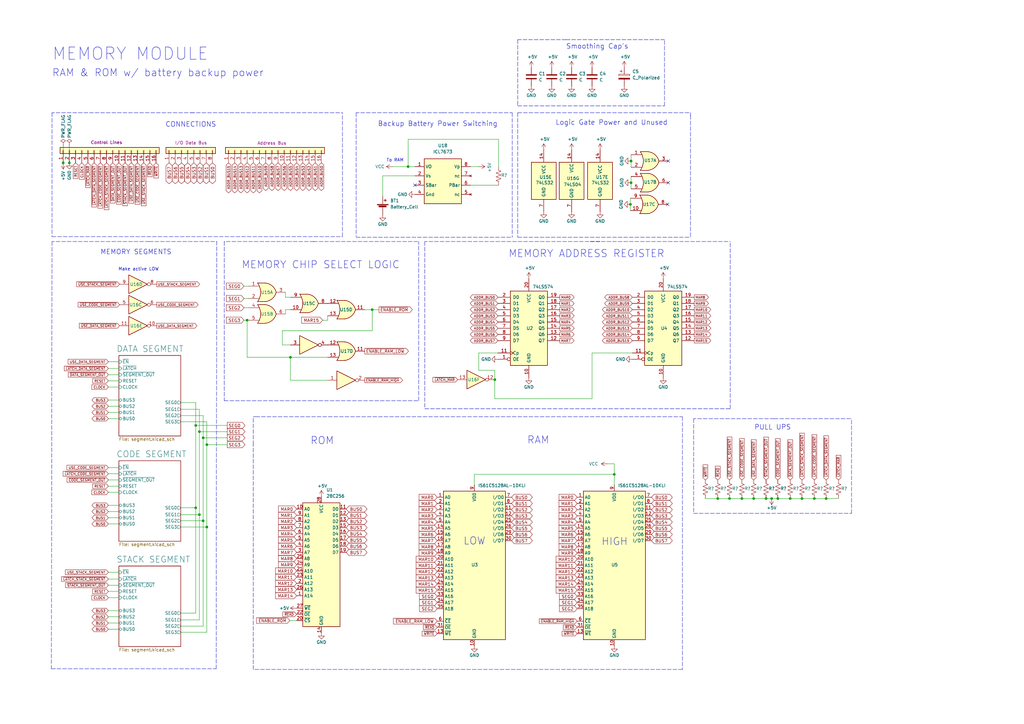
<source format=kicad_sch>
(kicad_sch (version 20211123) (generator eeschema)
  (paper "A3")
  (title_block (title "Memory Module") (date "2021-12-02") (rev "3") (company "theWickedWebDev/8-bit-computer") (comment 1 "Data preserved with backup battery"))
  (junction (at 309.118 204.47))
  (junction (at 258.572 83.82))
  (junction (at 28.448 66.802))
  (junction (at 167.386 68.326))
  (junction (at 328.93 204.47))
  (junction (at 81.788 177.038))
  (junction (at 84.836 182.372))
  (junction (at 152.654 127))
  (junction (at 334.01 204.47))
  (junction (at 81.788 211.074))
  (junction (at 304.292 204.47))
  (junction (at 299.212 204.47))
  (junction (at 324.104 204.47))
  (junction (at 294.386 204.47))
  (junction (at 83.312 213.614))
  (junction (at 319.024 204.47))
  (junction (at 84.836 216.154))
  (junction (at 80.264 208.28))
  (junction (at 338.836 204.47))
  (junction (at 202.946 155.702))
  (junction (at 251.968 194.564))
  (junction (at 258.826 66.04))
  (junction (at 83.312 179.578))
  (junction (at 316.484 204.47))
  (junction (at 80.264 174.498))
  (junction (at 258.826 74.93))
  (junction (at 25.908 66.802))
  (junction (at 101.346 131.318))
  (junction (at 314.198 204.47))
  (junction (at 119.126 146.558))
  (no_connect (at 170.18 75.946))
  (no_connect (at 274.066 66.04))
  (no_connect (at 274.066 74.93))
  (no_connect (at 273.812 83.82))
  (wire (pts (xy 196.342 144.78) (xy 196.342 151.892)))
  (wire (pts (xy 44.45 255.524) (xy 48.768 255.524)))
  (polyline (pts (xy 91.948 99.06) (xy 91.948 164.338)))
  (wire (pts (xy 83.312 256.794) (xy 83.312 213.614)))
  (wire (pts (xy 80.264 251.46) (xy 80.264 208.28)))
  (polyline (pts (xy 140.462 97.028) (xy 140.462 46.228)))
  (wire (pts (xy 81.788 211.074) (xy 74.168 211.074)))
  (polyline (pts (xy 171.704 164.338) (xy 171.704 99.06)))
  (wire (pts (xy 74.168 170.434) (xy 83.312 170.434)))
  (wire (pts (xy 80.264 174.498) (xy 80.264 208.28)))
  (wire (pts (xy 119.126 146.558) (xy 119.126 155.956)))
  (polyline (pts (xy 279.908 170.942) (xy 279.908 274.574)))
  (wire (pts (xy 324.104 204.47) (xy 328.93 204.47)))
  (polyline (pts (xy 317.5 171.704) (xy 349.25 171.704)))
  (wire (pts (xy 152.654 127) (xy 152.654 135.636)))
  (wire (pts (xy 259.334 144.78) (xy 242.824 144.78)))
  (wire (pts (xy 44.45 194.31) (xy 48.768 194.31)))
  (polyline (pts (xy 212.344 46.228) (xy 212.344 97.282)))
  (wire (pts (xy 84.836 172.974) (xy 84.836 182.372)))
  (wire (pts (xy 44.45 148.336) (xy 48.768 148.336)))
  (wire (pts (xy 119.126 121.92) (xy 117.094 121.92)))
  (wire (pts (xy 44.45 151.13) (xy 48.768 151.13)))
  (wire (pts (xy 319.024 204.47) (xy 324.104 204.47)))
  (polyline (pts (xy 284.48 210.566) (xy 349.25 210.566)))
  (polyline (pts (xy 61.214 99.06) (xy 88.9 99.06)))
  (wire (pts (xy 83.312 170.434) (xy 83.312 179.578)))
  (wire (pts (xy 81.788 177.038) (xy 81.788 211.074)))
  (wire (pts (xy 196.342 151.892) (xy 202.946 151.892)))
  (wire (pts (xy 119.126 146.558) (xy 134.366 146.558)))
  (wire (pts (xy 44.45 171.704) (xy 48.768 171.704)))
  (polyline (pts (xy 283.21 46.228) (xy 283.21 47.498)))
  (wire (pts (xy 83.312 213.614) (xy 74.168 213.614)))
  (wire (pts (xy 81.788 167.894) (xy 81.788 177.038)))
  (wire (pts (xy 100.076 126.238) (xy 101.854 126.238)))
  (wire (pts (xy 167.386 57.15) (xy 167.386 68.326)))
  (wire (pts (xy 294.386 204.47) (xy 299.212 204.47)))
  (wire (pts (xy 338.836 204.47) (xy 343.916 204.47)))
  (polyline (pts (xy 103.886 274.574) (xy 103.886 182.118)))
  (wire (pts (xy 83.312 179.578) (xy 93.218 179.578)))
  (wire (pts (xy 194.564 194.564) (xy 251.968 194.564)))
  (wire (pts (xy 81.788 211.074) (xy 81.788 254.254)))
  (wire (pts (xy 202.946 155.702) (xy 202.946 163.576)))
  (polyline (pts (xy 61.214 99.06) (xy 21.336 99.06)))
  (wire (pts (xy 242.824 144.78) (xy 242.824 163.576)))
  (polyline (pts (xy 174.244 167.64) (xy 299.466 167.64)))
  (polyline (pts (xy 128.778 99.06) (xy 91.948 99.06)))
  (polyline (pts (xy 232.156 16.256) (xy 272.542 16.256)))
  (wire (pts (xy 44.45 250.444) (xy 48.768 250.444)))
  (wire (pts (xy 204.47 57.15) (xy 167.386 57.15)))
  (polyline (pts (xy 349.25 210.566) (xy 349.25 171.704)))
  (polyline (pts (xy 146.05 97.282) (xy 210.058 97.282)))
  (polyline (pts (xy 174.244 99.06) (xy 174.244 167.64)))
  (wire (pts (xy 44.45 214.884) (xy 48.768 214.884)))
  (wire (pts (xy 80.264 208.28) (xy 74.168 208.28)))
  (wire (pts (xy 194.564 198.882) (xy 194.564 194.564)))
  (wire (pts (xy 119.126 127) (xy 117.094 127)))
  (wire (pts (xy 74.168 256.794) (xy 83.312 256.794)))
  (wire (pts (xy 84.836 216.154) (xy 74.168 216.154)))
  (wire (pts (xy 44.45 196.85) (xy 48.768 196.85)))
  (wire (pts (xy 74.168 165.1) (xy 80.264 165.1)))
  (wire (pts (xy 28.448 59.69) (xy 28.448 66.802)))
  (wire (pts (xy 84.836 182.372) (xy 93.218 182.372)))
  (wire (pts (xy 44.45 153.67) (xy 48.768 153.67)))
  (wire (pts (xy 44.45 164.084) (xy 48.768 164.084)))
  (wire (pts (xy 258.826 74.93) (xy 258.826 77.47)))
  (polyline (pts (xy 128.524 99.06) (xy 171.704 99.06)))
  (polyline (pts (xy 21.082 274.32) (xy 88.646 274.32)))
  (wire (pts (xy 289.306 204.47) (xy 294.386 204.47)))
  (wire (pts (xy 44.45 242.57) (xy 48.768 242.57)))
  (polyline (pts (xy 103.886 182.372) (xy 103.886 170.942)))
  (wire (pts (xy 118.872 254.508) (xy 121.666 254.508)))
  (wire (pts (xy 193.04 68.326) (xy 196.342 68.326)))
  (wire (pts (xy 100.076 122.428) (xy 101.854 122.428)))
  (wire (pts (xy 202.946 151.892) (xy 202.946 155.702)))
  (wire (pts (xy 80.264 174.498) (xy 93.218 174.498)))
  (wire (pts (xy 83.312 179.578) (xy 83.312 213.614)))
  (wire (pts (xy 81.788 177.038) (xy 93.218 177.038)))
  (wire (pts (xy 258.826 66.04) (xy 258.826 68.58)))
  (polyline (pts (xy 246.126 99.06) (xy 174.244 99.06)))
  (wire (pts (xy 152.654 127) (xy 149.606 127)))
  (wire (pts (xy 304.292 204.47) (xy 309.118 204.47)))
  (wire (pts (xy 44.45 156.21) (xy 48.768 156.21)))
  (polyline (pts (xy 88.646 274.32) (xy 88.9 99.06)))
  (polyline (pts (xy 232.156 16.256) (xy 212.344 16.256)))
  (wire (pts (xy 100.076 117.348) (xy 101.854 117.348)))
  (wire (pts (xy 258.826 63.5) (xy 258.826 66.04)))
  (wire (pts (xy 328.93 204.47) (xy 334.01 204.47)))
  (polyline (pts (xy 181.61 46.228) (xy 210.058 46.228)))
  (wire (pts (xy 44.45 234.696) (xy 48.768 234.696)))
  (polyline (pts (xy 79.502 46.228) (xy 21.336 46.228)))
  (wire (pts (xy 167.386 68.326) (xy 170.18 68.326)))
  (polyline (pts (xy 317.5 171.704) (xy 284.48 171.704)))
  (wire (pts (xy 44.45 209.804) (xy 48.768 209.804)))
  (polyline (pts (xy 181.61 46.228) (xy 146.05 46.228)))
  (polyline (pts (xy 299.466 167.64) (xy 299.466 99.06)))
  (wire (pts (xy 74.168 254.254) (xy 81.788 254.254)))
  (polyline (pts (xy 21.336 97.028) (xy 140.462 97.028)))
  (wire (pts (xy 119.126 155.956) (xy 134.366 155.956)))
  (wire (pts (xy 134.366 131.318) (xy 132.334 131.318)))
  (wire (pts (xy 251.968 194.564) (xy 251.968 198.882)))
  (polyline (pts (xy 91.948 164.338) (xy 171.704 164.338)))
  (polyline (pts (xy 283.21 97.028) (xy 283.21 46.99)))
  (wire (pts (xy 202.946 163.576) (xy 242.824 163.576)))
  (wire (pts (xy 309.118 204.47) (xy 314.198 204.47)))
  (polyline (pts (xy 78.232 46.228) (xy 140.462 46.228)))
  (wire (pts (xy 44.45 207.264) (xy 48.768 207.264)))
  (polyline (pts (xy 279.908 274.574) (xy 103.886 274.574)))
  (wire (pts (xy 84.836 259.334) (xy 84.836 216.154)))
  (wire (pts (xy 101.346 131.318) (xy 101.346 146.558)))
  (wire (pts (xy 155.448 127) (xy 152.654 127)))
  (wire (pts (xy 249.174 190.246) (xy 251.968 190.246)))
  (wire (pts (xy 44.45 201.93) (xy 48.768 201.93)))
  (wire (pts (xy 258.826 72.39) (xy 258.826 74.93)))
  (wire (pts (xy 84.836 182.372) (xy 84.836 216.154)))
  (wire (pts (xy 299.212 204.47) (xy 304.292 204.47)))
  (wire (pts (xy 44.45 245.11) (xy 48.768 245.11)))
  (wire (pts (xy 44.45 199.39) (xy 48.768 199.39)))
  (wire (pts (xy 44.45 158.75) (xy 48.768 158.75)))
  (polyline (pts (xy 146.05 46.228) (xy 146.05 97.028)))
  (polyline (pts (xy 212.344 97.282) (xy 283.21 97.282)))
  (wire (pts (xy 156.972 72.136) (xy 170.18 72.136)))
  (wire (pts (xy 134.366 129.54) (xy 134.366 131.318)))
  (wire (pts (xy 156.972 80.518) (xy 156.972 72.136)))
  (polyline (pts (xy 272.542 43.434) (xy 272.542 16.256)))
  (wire (pts (xy 44.45 237.49) (xy 48.768 237.49)))
  (wire (pts (xy 117.094 121.92) (xy 117.094 119.888)))
  (polyline (pts (xy 212.344 16.256) (xy 212.344 43.434)))
  (polyline (pts (xy 212.344 46.228) (xy 283.21 46.228)))
  (wire (pts (xy 44.45 252.984) (xy 48.768 252.984)))
  (wire (pts (xy 44.45 166.624) (xy 48.768 166.624)))
  (polyline (pts (xy 103.886 170.942) (xy 104.902 170.942)))
  (wire (pts (xy 251.968 194.564) (xy 251.968 190.246)))
  (wire (pts (xy 152.654 135.636) (xy 115.824 135.636)))
  (wire (pts (xy 101.346 146.558) (xy 119.126 146.558)))
  (wire (pts (xy 258.572 81.28) (xy 258.572 83.82)))
  (wire (pts (xy 25.908 59.69) (xy 25.908 66.802)))
  (wire (pts (xy 115.824 135.636) (xy 115.824 141.478)))
  (polyline (pts (xy 104.902 170.942) (xy 279.908 170.942)))
  (polyline (pts (xy 242.062 99.06) (xy 299.466 99.06)))
  (wire (pts (xy 161.036 68.326) (xy 167.386 68.326)))
  (polyline (pts (xy 21.336 99.06) (xy 21.082 274.32)))
  (wire (pts (xy 115.824 141.478) (xy 119.126 141.478)))
  (wire (pts (xy 44.45 240.03) (xy 48.768 240.03)))
  (wire (pts (xy 100.076 131.318) (xy 101.346 131.318)))
  (wire (pts (xy 258.572 83.82) (xy 258.572 86.36)))
  (wire (pts (xy 74.168 251.46) (xy 80.264 251.46)))
  (wire (pts (xy 101.346 131.318) (xy 101.854 131.318)))
  (wire (pts (xy 44.45 258.064) (xy 48.768 258.064)))
  (wire (pts (xy 80.264 165.1) (xy 80.264 174.498)))
  (wire (pts (xy 204.47 68.326) (xy 204.47 57.15)))
  (wire (pts (xy 74.168 259.334) (xy 84.836 259.334)))
  (polyline (pts (xy 284.48 171.704) (xy 284.48 210.566)))
  (polyline (pts (xy 212.344 43.434) (xy 272.542 43.434)))
  (polyline (pts (xy 21.336 46.228) (xy 21.336 97.028)))
  (wire (pts (xy 74.168 172.974) (xy 84.836 172.974)))
  (wire (pts (xy 44.45 169.164) (xy 48.768 169.164)))
  (polyline (pts (xy 210.058 46.228) (xy 210.058 97.282)))
  (wire (pts (xy 44.45 212.344) (xy 48.768 212.344)))
  (wire (pts (xy 196.342 144.78) (xy 204.216 144.78)))
  (wire (pts (xy 44.45 191.77) (xy 48.768 191.77)))
  (wire (pts (xy 314.198 204.47) (xy 316.484 204.47)))
  (wire (pts (xy 334.01 204.47) (xy 338.836 204.47)))
  (wire (pts (xy 193.04 75.946) (xy 204.47 75.946)))
  (wire (pts (xy 316.484 204.47) (xy 319.024 204.47)))
  (wire (pts (xy 117.094 127) (xy 117.094 128.778)))
  (wire (pts (xy 74.168 167.894) (xy 81.788 167.894)))
  (text "MEMORY CHIP SELECT LOGIC" (at 99.06 110.49 0) (effects (font (size 3 3)) (justify left bottom)))
  (text "Logic Gate Power and Unused" (at 227.838 51.562 0) (effects (font (size 2 2)) (justify left bottom)))
  (text "HIGH" (at 246.634 224.028 0) (effects (font (size 3 3)) (justify left bottom)))
  (text "MEMORY SEGMENTS" (at 41.148 104.648 0) (effects (font (size 2 2)) (justify left bottom)))
  (text "CONNECTIONS" (at 67.818 52.324 0) (effects (font (size 2 2)) (justify left bottom)))
  (text "MEMORY ADDRESS REGISTER" (at 208.534 105.918 0) (effects (font (size 3 3)) (justify left bottom)))
  (text "RAM & ROM w/ battery backup power" (at 21.336 31.75 0) (effects (font (size 3 3)) (justify left bottom)))
  (text "MEMORY MODULE" (at 21.336 25.146 0) (effects (font (size 5 5)) (justify left bottom)))
  (text "Make active LOW" (at 48.514 111.252 0) (effects (font (size 1.3 1.3)) (justify left bottom)))
  (text "To RAM" (at 158.496 66.548 0) (effects (font (size 1.27 1.27)) (justify left bottom)))
  (text "PULL UPS" (at 309.372 176.53 0) (effects (font (size 2 2)) (justify left bottom)))
  (text "LOW" (at 189.992 223.774 0) (effects (font (size 3 3)) (justify left bottom)))
  (text "Smoothing Cap's" (at 232.156 20.32 0) (effects (font (size 2 2)) (justify left bottom)))
  (text "Backup Battery Power Switching" (at 154.94 52.07 0) (effects (font (size 2 2)) (justify left bottom)))
  (text "ROM" (at 127.254 182.626 0) (effects (font (size 3 3)) (justify left bottom)))
  (text "RAM" (at 216.154 182.372 0) (effects (font (size 3 3)) (justify left bottom)))
  (global_label "SEG3" (shape output) (at 93.218 182.372 0) (property "Intersheet References" "${INTERSHEET_REFS}" (effects hide)))
  (global_label "ADDR_BUS0" (shape bidirectional) (at 131.826 66.802 270) (effects (font (size 1 1))) (property "Intersheet References" "${INTERSHEET_REFS}" (effects hide)))
  (global_label "ADDR_BUS7" (shape tri_state) (at 204.216 139.7 180) (effects (font (size 1 1))) (property "Intersheet References" "${INTERSHEET_REFS}" (effects hide)))
  (global_label "BUS1" (shape tri_state) (at 141.986 211.328 0) (property "Intersheet References" "${INTERSHEET_REFS}" (effects hide)))
  (global_label "~{LATCH_STACK_SEGMENT}" (shape input) (at 44.45 237.49 180) (effects (font (size 1 1))) (property "Intersheet References" "${INTERSHEET_REFS}" (effects hide)))
  (global_label "USE_CODE_SEGMENT" (shape input) (at 44.45 191.77 180) (effects (font (size 1 1))) (property "Intersheet References" "${INTERSHEET_REFS}" (effects hide)))
  (global_label "MAR7" (shape input) (at 121.666 226.568 180) (property "Intersheet References" "${INTERSHEET_REFS}" (effects hide)))
  (global_label "ADDR_BUS4" (shape tri_state) (at 204.216 132.08 180) (effects (font (size 1 1))) (property "Intersheet References" "${INTERSHEET_REFS}" (effects hide)))
  (global_label "USE_CODE_SEGMENT" (shape output) (at 64.262 124.968 0) (effects (font (size 1 1))) (property "Intersheet References" "${INTERSHEET_REFS}" (effects hide)))
  (global_label "SEG0" (shape input) (at 236.728 244.602 180) (property "Intersheet References" "${INTERSHEET_REFS}" (effects hide)))
  (global_label "SEG2" (shape input) (at 100.076 126.238 180) (property "Intersheet References" "${INTERSHEET_REFS}" (effects hide)))
  (global_label "USE_STACK_SEGMENT" (shape output) (at 64.262 116.586 0) (effects (font (size 1 1))) (property "Intersheet References" "${INTERSHEET_REFS}" (effects hide)))
  (global_label "BUS2" (shape tri_state) (at 267.208 209.042 0) (property "Intersheet References" "${INTERSHEET_REFS}" (effects hide)))
  (global_label "MAR2" (shape input) (at 121.666 213.868 180) (property "Intersheet References" "${INTERSHEET_REFS}" (effects hide)))
  (global_label "~{USE_DATA_SEGMENT}" (shape input) (at 49.022 133.604 180) (effects (font (size 1 1))) (property "Intersheet References" "${INTERSHEET_REFS}" (effects hide)))
  (global_label "MAR13" (shape input) (at 179.324 236.982 180) (property "Intersheet References" "${INTERSHEET_REFS}" (effects hide)))
  (global_label "~{LATCH_MAR}" (shape input) (at 36.068 66.802 270) (effects (font (size 1 1))) (property "Intersheet References" "${INTERSHEET_REFS}" (effects hide)))
  (global_label "MAR4" (shape input) (at 236.728 214.122 180) (property "Intersheet References" "${INTERSHEET_REFS}" (effects hide)))
  (global_label "BUS6" (shape tri_state) (at 267.208 219.202 0) (property "Intersheet References" "${INTERSHEET_REFS}" (effects hide)))
  (global_label "ADDR_BUS3" (shape tri_state) (at 204.216 129.54 180) (effects (font (size 1 1))) (property "Intersheet References" "${INTERSHEET_REFS}" (effects hide)))
  (global_label "ADDR_BUS8" (shape tri_state) (at 111.506 66.802 270) (effects (font (size 1 1))) (property "Intersheet References" "${INTERSHEET_REFS}" (effects hide)))
  (global_label "RESET" (shape input) (at 44.45 156.21 180) (effects (font (size 1 1))) (property "Intersheet References" "${INTERSHEET_REFS}" (effects hide)))
  (global_label "ADDR_BUS3" (shape tri_state) (at 124.206 66.802 270) (effects (font (size 1 1))) (property "Intersheet References" "${INTERSHEET_REFS}" (effects hide)))
  (global_label "BUS6" (shape tri_state) (at 209.804 219.202 0) (property "Intersheet References" "${INTERSHEET_REFS}" (effects hide)))
  (global_label "ADDR_BUS5" (shape tri_state) (at 204.216 134.62 180) (effects (font (size 1 1))) (property "Intersheet References" "${INTERSHEET_REFS}" (effects hide)))
  (global_label "MAR3" (shape input) (at 236.728 211.582 180) (property "Intersheet References" "${INTERSHEET_REFS}" (effects hide)))
  (global_label "~{ENABLE_RAM_LOW}" (shape output) (at 149.606 144.018 0) (effects (font (size 1.2 1.2))) (property "Intersheet References" "${INTERSHEET_REFS}" (effects hide)))
  (global_label "BUS6" (shape tri_state) (at 141.986 224.028 0) (property "Intersheet References" "${INTERSHEET_REFS}" (effects hide)))
  (global_label "MAR12" (shape output) (at 284.734 132.08 0) (effects (font (size 1 1))) (property "Intersheet References" "${INTERSHEET_REFS}" (effects hide)))
  (global_label "MAR7" (shape output) (at 229.616 139.7 0) (effects (font (size 1 1))) (property "Intersheet References" "${INTERSHEET_REFS}" (effects hide)))
  (global_label "MAR3" (shape input) (at 121.666 216.408 180) (property "Intersheet References" "${INTERSHEET_REFS}" (effects hide)))
  (global_label "ADDR_BUS15" (shape tri_state) (at 93.726 66.802 270) (effects (font (size 1 1))) (property "Intersheet References" "${INTERSHEET_REFS}" (effects hide)))
  (global_label "BUS1" (shape tri_state) (at 44.45 255.524 180) (effects (font (size 1 1))) (property "Intersheet References" "${INTERSHEET_REFS}" (effects hide)))
  (global_label "ADDR_BUS5" (shape tri_state) (at 119.126 66.802 270) (effects (font (size 1 1))) (property "Intersheet References" "${INTERSHEET_REFS}" (effects hide)))
  (global_label "~{READ}" (shape input) (at 61.468 66.802 270) (effects (font (size 1 1))) (property "Intersheet References" "${INTERSHEET_REFS}" (effects hide)))
  (global_label "~{WRITE}" (shape input) (at 179.324 259.842 180) (effects (font (size 1 1))) (property "Intersheet References" "${INTERSHEET_REFS}" (effects hide)))
  (global_label "MAR2" (shape input) (at 179.324 209.042 180) (property "Intersheet References" "${INTERSHEET_REFS}" (effects hide)))
  (global_label "BUS3" (shape tri_state) (at 79.502 66.802 270) (property "Intersheet References" "${INTERSHEET_REFS}" (effects hide)))
  (global_label "MAR15" (shape input) (at 236.728 242.062 180) (property "Intersheet References" "${INTERSHEET_REFS}" (effects hide)))
  (global_label "BUS1" (shape tri_state) (at 44.45 169.164 180) (effects (font (size 1 1))) (property "Intersheet References" "${INTERSHEET_REFS}" (effects hide)))
  (global_label "MAR0" (shape input) (at 121.666 208.788 180) (property "Intersheet References" "${INTERSHEET_REFS}" (effects hide)))
  (global_label "MAR0" (shape output) (at 229.616 121.92 0) (effects (font (size 1 1))) (property "Intersheet References" "${INTERSHEET_REFS}" (effects hide)))
  (global_label "MAR5" (shape input) (at 236.728 216.662 180) (property "Intersheet References" "${INTERSHEET_REFS}" (effects hide)))
  (global_label "ADDR_BUS6" (shape tri_state) (at 116.586 66.802 270) (effects (font (size 1 1))) (property "Intersheet References" "${INTERSHEET_REFS}" (effects hide)))
  (global_label "CLOCK" (shape input) (at 33.528 66.802 270) (effects (font (size 1 1))) (property "Intersheet References" "${INTERSHEET_REFS}" (effects hide)))
  (global_label "BUS2" (shape tri_state) (at 82.042 66.802 270) (property "Intersheet References" "${INTERSHEET_REFS}" (effects hide)))
  (global_label "MAR10" (shape input) (at 179.324 229.362 180) (property "Intersheet References" "${INTERSHEET_REFS}" (effects hide)))
  (global_label "SEG2" (shape output) (at 93.218 179.578 0) (property "Intersheet References" "${INTERSHEET_REFS}" (effects hide)))
  (global_label "~{ENABLE_RAM_HIGH}" (shape output) (at 149.606 155.956 0) (effects (font (size 1 1))) (property "Intersheet References" "${INTERSHEET_REFS}" (effects hide)))
  (global_label "ADDR_BUS14" (shape tri_state) (at 96.266 66.802 270) (effects (font (size 1 1))) (property "Intersheet References" "${INTERSHEET_REFS}" (effects hide)))
  (global_label "~{WRITE}" (shape input) (at 64.008 66.802 270) (effects (font (size 1 1))) (property "Intersheet References" "${INTERSHEET_REFS}" (effects hide)))
  (global_label "~{USE_CODE_SEGMENT}" (shape input) (at 56.388 66.802 270) (effects (font (size 1 1))) (property "Intersheet References" "${INTERSHEET_REFS}" (effects hide)))
  (global_label "SEG2" (shape input) (at 236.728 249.682 180) (property "Intersheet References" "${INTERSHEET_REFS}" (effects hide)))
  (global_label "~{LATCH_DATA_SEGMENT}" (shape input) (at 338.836 196.85 90) (effects (font (size 1 1))) (property "Intersheet References" "${INTERSHEET_REFS}" (effects hide)))
  (global_label "~{LATCH_CODE_SEGMENT}" (shape input) (at 41.148 66.802 270) (effects (font (size 1 1))) (property "Intersheet References" "${INTERSHEET_REFS}" (effects hide)))
  (global_label "BUS2" (shape tri_state) (at 209.804 209.042 0) (property "Intersheet References" "${INTERSHEET_REFS}" (effects hide)))
  (global_label "MAR1" (shape output) (at 229.616 124.46 0) (effects (font (size 1 1))) (property "Intersheet References" "${INTERSHEET_REFS}" (effects hide)))
  (global_label "MAR15" (shape input) (at 179.324 242.062 180) (property "Intersheet References" "${INTERSHEET_REFS}" (effects hide)))
  (global_label "~{USE_CODE_SEGMENT}" (shape input) (at 304.292 196.85 90) (effects (font (size 1 1))) (property "Intersheet References" "${INTERSHEET_REFS}" (effects hide)))
  (global_label "ADDR_BUS14" (shape tri_state) (at 259.334 137.16 180) (effects (font (size 1 1))) (property "Intersheet References" "${INTERSHEET_REFS}" (effects hide)))
  (global_label "MAR6" (shape output) (at 229.616 137.16 0) (effects (font (size 1 1))) (property "Intersheet References" "${INTERSHEET_REFS}" (effects hide)))
  (global_label "SEG1" (shape input) (at 100.076 122.428 180) (property "Intersheet References" "${INTERSHEET_REFS}" (effects hide)))
  (global_label "~{DATA_SEGMENT_OUT}" (shape input) (at 324.104 196.85 90) (effects (font (size 1 1))) (property "Intersheet References" "${INTERSHEET_REFS}" (effects hide)))
  (global_label "~{WRITE}" (shape input) (at 289.306 196.85 90) (effects (font (size 1 1))) (property "Intersheet References" "${INTERSHEET_REFS}" (effects hide)))
  (global_label "~{LATCH_DATA_SEGMENT}" (shape input) (at 44.45 151.13 180) (effects (font (size 1 1))) (property "Intersheet References" "${INTERSHEET_REFS}" (effects hide)))
  (global_label "MAR8" (shape input) (at 121.666 229.108 180) (property "Intersheet References" "${INTERSHEET_REFS}" (effects hide)))
  (global_label "ADDR_BUS10" (shape tri_state) (at 259.334 127 180) (effects (font (size 1 1))) (property "Intersheet References" "${INTERSHEET_REFS}" (effects hide)))
  (global_label "~{DATA_SEGMENT_OUT}" (shape input) (at 44.45 153.67 180) (effects (font (size 1 1))) (property "Intersheet References" "${INTERSHEET_REFS}" (effects hide)))
  (global_label "ADDR_BUS9" (shape tri_state) (at 108.966 66.802 270) (effects (font (size 1 1))) (property "Intersheet References" "${INTERSHEET_REFS}" (effects hide)))
  (global_label "~{USE_STACK_SEGMENT}" (shape input) (at 58.928 66.802 270) (effects (font (size 1 1))) (property "Intersheet References" "${INTERSHEET_REFS}" (effects hide)))
  (global_label "USE_DATA_SEGMENT" (shape output) (at 64.262 133.604 0) (effects (font (size 1 1))) (property "Intersheet References" "${INTERSHEET_REFS}" (effects hide)))
  (global_label "BUS0" (shape tri_state) (at 44.45 214.884 180) (effects (font (size 1 1))) (property "Intersheet References" "${INTERSHEET_REFS}" (effects hide)))
  (global_label "ADDR_BUS8" (shape tri_state) (at 259.334 121.92 180) (effects (font (size 1 1))) (property "Intersheet References" "${INTERSHEET_REFS}" (effects hide)))
  (global_label "ADDR_BUS4" (shape tri_state) (at 121.666 66.802 270) (effects (font (size 1 1))) (property "Intersheet References" "${INTERSHEET_REFS}" (effects hide)))
  (global_label "BUS0" (shape tri_state) (at 141.986 208.788 0) (property "Intersheet References" "${INTERSHEET_REFS}" (effects hide)))
  (global_label "~{USE_DATA_SEGMENT}" (shape input) (at 53.848 66.802 270) (effects (font (size 1 1))) (property "Intersheet References" "${INTERSHEET_REFS}" (effects hide)))
  (global_label "SEG1" (shape output) (at 93.218 177.038 0) (property "Intersheet References" "${INTERSHEET_REFS}" (effects hide)))
  (global_label "RESET" (shape input) (at 44.45 242.57 180) (effects (font (size 1 1))) (property "Intersheet References" "${INTERSHEET_REFS}" (effects hide)))
  (global_label "MAR12" (shape input) (at 179.324 234.442 180) (property "Intersheet References" "${INTERSHEET_REFS}" (effects hide)))
  (global_label "ADDR_BUS1" (shape bidirectional) (at 204.216 124.46 180) (effects (font (size 1 1))) (property "Intersheet References" "${INTERSHEET_REFS}" (effects hide)))
  (global_label "MAR12" (shape input) (at 121.666 239.268 180) (property "Intersheet References" "${INTERSHEET_REFS}" (effects hide)))
  (global_label "MAR4" (shape input) (at 179.324 214.122 180) (property "Intersheet References" "${INTERSHEET_REFS}" (effects hide)))
  (global_label "~{ENABLE_ROM}" (shape output) (at 155.448 127 0) (effects (font (size 1.2 1.2))) (property "Intersheet References" "${INTERSHEET_REFS}" (effects hide)))
  (global_label "MAR11" (shape output) (at 284.734 129.54 0) (effects (font (size 1 1))) (property "Intersheet References" "${INTERSHEET_REFS}" (effects hide)))
  (global_label "BUS3" (shape tri_state) (at 44.45 207.264 180) (effects (font (size 1 1))) (property "Intersheet References" "${INTERSHEET_REFS}" (effects hide)))
  (global_label "~{USE_STACK_SEGMENT}" (shape input) (at 299.212 196.85 90) (effects (font (size 1 1))) (property "Intersheet References" "${INTERSHEET_REFS}" (effects hide)))
  (global_label "BUS3" (shape tri_state) (at 141.986 216.408 0) (property "Intersheet References" "${INTERSHEET_REFS}" (effects hide)))
  (global_label "SEG1" (shape input) (at 179.324 247.142 180) (property "Intersheet References" "${INTERSHEET_REFS}" (effects hide)))
  (global_label "ADDR_BUS2" (shape bidirectional) (at 126.746 66.802 270) (effects (font (size 1 1))) (property "Intersheet References" "${INTERSHEET_REFS}" (effects hide)))
  (global_label "ADDR_BUS13" (shape tri_state) (at 98.806 66.802 270) (effects (font (size 1 1))) (property "Intersheet References" "${INTERSHEET_REFS}" (effects hide)))
  (global_label "ADDR_BUS1" (shape bidirectional) (at 129.286 66.802 270) (effects (font (size 1 1))) (property "Intersheet References" "${INTERSHEET_REFS}" (effects hide)))
  (global_label "MAR10" (shape input) (at 121.666 234.188 180) (property "Intersheet References" "${INTERSHEET_REFS}" (effects hide)))
  (global_label "ADDR_BUS10" (shape tri_state) (at 106.426 66.802 270) (effects (font (size 1 1))) (property "Intersheet References" "${INTERSHEET_REFS}" (effects hide)))
  (global_label "BUS0" (shape tri_state) (at 44.45 171.704 180) (effects (font (size 1 1))) (property "Intersheet References" "${INTERSHEET_REFS}" (effects hide)))
  (global_label "BUS4" (shape tri_state) (at 267.208 214.122 0) (property "Intersheet References" "${INTERSHEET_REFS}" (effects hide)))
  (global_label "BUS4" (shape tri_state) (at 141.986 218.948 0) (property "Intersheet References" "${INTERSHEET_REFS}" (effects hide)))
  (global_label "BUS0" (shape tri_state) (at 44.45 258.064 180) (effects (font (size 1 1))) (property "Intersheet References" "${INTERSHEET_REFS}" (effects hide)))
  (global_label "MAR5" (shape input) (at 179.324 216.662 180) (property "Intersheet References" "${INTERSHEET_REFS}" (effects hide)))
  (global_label "~{LATCH_MAR}" (shape input) (at 187.706 155.702 180) (effects (font (size 1 1))) (property "Intersheet References" "${INTERSHEET_REFS}" (effects hide)))
  (global_label "~{ENABLE_RAM_HIGH}" (shape input) (at 236.728 254.762 180) (effects (font (size 1 1))) (property "Intersheet References" "${INTERSHEET_REFS}" (effects hide)))
  (global_label "MAR7" (shape input) (at 236.728 221.742 180) (property "Intersheet References" "${INTERSHEET_REFS}" (effects hide)))
  (global_label "BUS0" (shape tri_state) (at 87.122 66.802 270) (property "Intersheet References" "${INTERSHEET_REFS}" (effects hide)))
  (global_label "ADDR_BUS9" (shape tri_state) (at 259.334 124.46 180) (effects (font (size 1 1))) (property "Intersheet References" "${INTERSHEET_REFS}" (effects hide)))
  (global_label "~{LATCH_CODE_SEGMENT}" (shape input) (at 334.01 196.85 90) (effects (font (size 1 1))) (property "Intersheet References" "${INTERSHEET_REFS}" (effects hide)))
  (global_label "~{READ}" (shape input) (at 236.728 257.302 180) (effects (font (size 1 1))) (property "Intersheet References" "${INTERSHEET_REFS}" (effects hide)))
  (global_label "BUS2" (shape tri_state) (at 44.45 252.984 180) (effects (font (size 1 1))) (property "Intersheet References" "${INTERSHEET_REFS}" (effects hide)))
  (global_label "SEG0" (shape output) (at 93.218 174.498 0) (property "Intersheet References" "${INTERSHEET_REFS}" (effects hide)))
  (global_label "ADDR_BUS2" (shape bidirectional) (at 204.216 127 180) (effects (font (size 1 1))) (property "Intersheet References" "${INTERSHEET_REFS}" (effects hide)))
  (global_label "BUS1" (shape tri_state) (at 44.45 212.344 180) (effects (font (size 1 1))) (property "Intersheet References" "${INTERSHEET_REFS}" (effects hide)))
  (global_label "~{CODE_SEGMENT_OUT}" (shape input) (at 44.45 196.85 180) (effects (font (size 1 1))) (property "Intersheet References" "${INTERSHEET_REFS}" (effects hide)))
  (global_label "~{WRITE}" (shape input) (at 236.728 259.842 180) (effects (font (size 1 1))) (property "Intersheet References" "${INTERSHEET_REFS}" (effects hide)))
  (global_label "~{ENABLE_ROM}" (shape input) (at 118.872 254.508 180) (effects (font (size 1.2 1.2))) (property "Intersheet References" "${INTERSHEET_REFS}" (effects hide)))
  (global_label "MAR3" (shape input) (at 179.324 211.582 180) (property "Intersheet References" "${INTERSHEET_REFS}" (effects hide)))
  (global_label "BUS3" (shape tri_state) (at 209.804 211.582 0) (property "Intersheet References" "${INTERSHEET_REFS}" (effects hide)))
  (global_label "~{STACK_SEGMENT_OUT}" (shape input) (at 44.45 240.03 180) (effects (font (size 1 1))) (property "Intersheet References" "${INTERSHEET_REFS}" (effects hide)))
  (global_label "MAR13" (shape input) (at 236.728 236.982 180) (property "Intersheet References" "${INTERSHEET_REFS}" (effects hide)))
  (global_label "ADDR_BUS12" (shape tri_state) (at 101.346 66.802 270) (effects (font (size 1 1))) (property "Intersheet References" "${INTERSHEET_REFS}" (effects hide)))
  (global_label "BUS0" (shape tri_state) (at 267.208 203.962 0) (property "Intersheet References" "${INTERSHEET_REFS}" (effects hide)))
  (global_label "MAR7" (shape input) (at 179.324 221.742 180) (property "Intersheet References" "${INTERSHEET_REFS}" (effects hide)))
  (global_label "~{STACK_SEGMENT_OUT}" (shape input) (at 51.308 66.802 270) (effects (font (size 1 1))) (property "Intersheet References" "${INTERSHEET_REFS}" (effects hide)))
  (global_label "~{CODE_SEGMENT_OUT}" (shape input) (at 48.768 66.802 270) (effects (font (size 1 1))) (property "Intersheet References" "${INTERSHEET_REFS}" (effects hide)))
  (global_label "ADDR_BUS11" (shape tri_state) (at 259.334 129.54 180) (effects (font (size 1 1))) (property "Intersheet References" "${INTERSHEET_REFS}" (effects hide)))
  (global_label "BUS2" (shape tri_state) (at 44.45 209.804 180) (effects (font (size 1 1))) (property "Intersheet References" "${INTERSHEET_REFS}" (effects hide)))
  (global_label "RESET" (shape input) (at 30.988 66.802 270) (effects (font (size 1 1))) (property "Intersheet References" "${INTERSHEET_REFS}" (effects hide)))
  (global_label "~{LATCH_DATA_SEGMENT}" (shape input) (at 38.608 66.802 270) (effects (font (size 1 1))) (property "Intersheet References" "${INTERSHEET_REFS}" (effects hide)))
  (global_label "~{CODE_SEGMENT_OUT}" (shape input) (at 319.024 196.85 90) (effects (font (size 1 1))) (property "Intersheet References" "${INTERSHEET_REFS}" (effects hide)))
  (global_label "~{LATCH_MAR}" (shape input) (at 343.916 196.85 90) (effects (font (size 1 1))) (property "Intersheet References" "${INTERSHEET_REFS}" (effects hide)))
  (global_label "SEG2" (shape input) (at 179.324 249.682 180) (property "Intersheet References" "${INTERSHEET_REFS}" (effects hide)))
  (global_label "BUS7" (shape tri_state) (at 141.986 226.568 0) (property "Intersheet References" "${INTERSHEET_REFS}" (effects hide)))
  (global_label "MAR11" (shape input) (at 121.666 236.728 180) (property "Intersheet References" "${INTERSHEET_REFS}" (effects hide)))
  (global_label "MAR6" (shape input) (at 121.666 224.028 180) (property "Intersheet References" "${INTERSHEET_REFS}" (effects hide)))
  (global_label "BUS0" (shape tri_state) (at 209.804 203.962 0) (property "Intersheet References" "${INTERSHEET_REFS}" (effects hide)))
  (global_label "~{LATCH_STACK_SEGMENT}" (shape input) (at 43.688 66.802 270) (effects (font (size 1 1))) (property "Intersheet References" "${INTERSHEET_REFS}" (effects hide)))
  (global_label "MAR2" (shape input) (at 236.728 209.042 180) (property "Intersheet References" "${INTERSHEET_REFS}" (effects hide)))
  (global_label "BUS7" (shape tri_state) (at 267.208 221.742 0) (property "Intersheet References" "${INTERSHEET_REFS}" (effects hide)))
  (global_label "BUS1" (shape tri_state) (at 267.208 206.502 0) (property "Intersheet References" "${INTERSHEET_REFS}" (effects hide)))
  (global_label "MAR14" (shape input) (at 179.324 239.522 180) (property "Intersheet References" "${INTERSHEET_REFS}" (effects hide)))
  (global_label "BUS5" (shape tri_state) (at 267.208 216.662 0) (property "Intersheet References" "${INTERSHEET_REFS}" (effects hide)))
  (global_label "RESET" (shape input) (at 44.45 199.39 180) (effects (font (size 1 1))) (property "Intersheet References" "${INTERSHEET_REFS}" (effects hide)))
  (global_label "ADDR_BUS15" (shape tri_state) (at 259.334 139.7 180) (effects (font (size 1 1))) (property "Intersheet References" "${INTERSHEET_REFS}" (effects hide)))
  (global_label "MAR14" (shape input) (at 121.666 244.348 180) (property "Intersheet References" "${INTERSHEET_REFS}" (effects hide)))
  (global_label "MAR0" (shape input) (at 179.324 203.962 180) (property "Intersheet References" "${INTERSHEET_REFS}" (effects hide)))
  (global_label "MAR1" (shape input) (at 179.324 206.502 180) (property "Intersheet References" "${INTERSHEET_REFS}" (effects hide)))
  (global_label "MAR15" (shape output) (at 284.734 139.7 0) (effects (font (size 1 1))) (property "Intersheet References" "${INTERSHEET_REFS}" (effects hide)))
  (global_label "BUS3" (shape tri_state) (at 267.208 211.582 0) (property "Intersheet References" "${INTERSHEET_REFS}" (effects hide)))
  (global_label "ADDR_BUS11" (shape tri_state) (at 103.886 66.802 270) (effects (font (size 1 1))) (property "Intersheet References" "${INTERSHEET_REFS}" (effects hide)))
  (global_label "MAR4" (shape input) (at 121.666 218.948 180) (property "Intersheet References" "${INTERSHEET_REFS}" (effects hide)))
  (global_label "BUS7" (shape tri_state) (at 209.804 221.742 0) (property "Intersheet References" "${INTERSHEET_REFS}" (effects hide)))
  (global_label "~{ENABLE_RAM_LOW}" (shape input) (at 179.324 254.762 180) (effects (font (size 1.2 1.2))) (property "Intersheet References" "${INTERSHEET_REFS}" (effects hide)))
  (global_label "~{USE_STACK_SEGMENT}" (shape input) (at 49.022 116.586 180) (effects (font (size 1 1))) (property "Intersheet References" "${INTERSHEET_REFS}" (effects hide)))
  (global_label "MAR9" (shape output) (at 284.734 124.46 0) (effects (font (size 1 1))) (property "Intersheet References" "${INTERSHEET_REFS}" (effects hide)))
  (global_label "~{STACK_SEGMENT_OUT}" (shape input) (at 314.198 196.85 90) (effects (font (size 1 1))) (property "Intersheet References" "${INTERSHEET_REFS}" (effects hide)))
  (global_label "MAR2" (shape output) (at 229.616 127 0) (effects (font (size 1 1))) (property "Intersheet References" "${INTERSHEET_REFS}" (effects hide)))
  (global_label "SEG1" (shape input) (at 236.728 247.142 180) (property "Intersheet References" "${INTERSHEET_REFS}" (effects hide)))
  (global_label "~{LATCH_CODE_SEGMENT}" (shape input) (at 44.45 194.31 180) (effects (font (size 1 1))) (property "Intersheet References" "${INTERSHEET_REFS}" (effects hide)))
  (global_label "MAR8" (shape input) (at 236.728 224.282 180) (property "Intersheet References" "${INTERSHEET_REFS}" (effects hide)))
  (global_label "MAR1" (shape input) (at 121.666 211.328 180) (property "Intersheet References" "${INTERSHEET_REFS}" (effects hide)))
  (global_label "MAR6" (shape input) (at 236.728 219.202 180) (property "Intersheet References" "${INTERSHEET_REFS}" (effects hide)))
  (global_label "MAR10" (shape input) (at 236.728 229.362 180) (property "Intersheet References" "${INTERSHEET_REFS}" (effects hide)))
  (global_label "CLOCK" (shape input) (at 44.45 201.93 180) (effects (font (size 1 1))) (property "Intersheet References" "${INTERSHEET_REFS}" (effects hide)))
  (global_label "SEG0" (shape input) (at 179.324 244.602 180) (property "Intersheet References" "${INTERSHEET_REFS}" (effects hide)))
  (global_label "BUS2" (shape tri_state) (at 141.986 213.868 0) (property "Intersheet References" "${INTERSHEET_REFS}" (effects hide)))
  (global_label "MAR12" (shape input) (at 236.728 234.442 180) (property "Intersheet References" "${INTERSHEET_REFS}" (effects hide)))
  (global_label "~{DATA_SEGMENT_OUT}" (shape input) (at 46.228 66.802 270) (effects (font (size 1 1))) (property "Intersheet References" "${INTERSHEET_REFS}" (effects hide)))
  (global_label "~{LATCH_STACK_SEGMENT}" (shape input) (at 328.93 196.85 90) (effects (font (size 1 1))) (property "Intersheet References" "${INTERSHEET_REFS}" (effects hide)))
  (global_label "MAR8" (shape input) (at 179.324 224.282 180) (property "Intersheet References" "${INTERSHEET_REFS}" (effects hide)))
  (global_label "BUS2" (shape tri_state) (at 44.45 166.624 180) (effects (font (size 1 1))) (property "Intersheet References" "${INTERSHEET_REFS}" (effects hide)))
  (global_label "MAR14" (shape output) (at 284.734 137.16 0) (effects (font (size 1 1))) (property "Intersheet References" "${INTERSHEET_REFS}" (effects hide)))
  (global_label "MAR3" (shape output) (at 229.616 129.54 0) (effects (font (size 1 1))) (property "Intersheet References" "${INTERSHEET_REFS}" (effects hide)))
  (global_label "~{READ}" (shape input) (at 121.666 251.968 180) (effects (font (size 1 1))) (property "Intersheet References" "${INTERSHEET_REFS}" (effects hide)))
  (global_label "BUS1" (shape tri_state) (at 209.804 206.502 0) (property "Intersheet References" "${INTERSHEET_REFS}" (effects hide)))
  (global_label "MAR10" (shape output) (at 284.734 127 0) (effects (font (size 1 1))) (property "Intersheet References" "${INTERSHEET_REFS}" (effects hide)))
  (global_label "BUS7" (shape tri_state) (at 69.342 66.802 270) (property "Intersheet References" "${INTERSHEET_REFS}" (effects hide)))
  (global_label "SEG3" (shape input) (at 100.076 131.318 180) (property "Intersheet References" "${INTERSHEET_REFS}" (effects hide)))
  (global_label "USE_STACK_SEGMENT" (shape input) (at 44.45 234.696 180) (effects (font (size 1 1))) (property "Intersheet References" "${INTERSHEET_REFS}" (effects hide)))
  (global_label "MAR11" (shape input) (at 236.728 231.902 180) (property "Intersheet References" "${INTERSHEET_REFS}" (effects hide)))
  (global_label "~{READ}" (shape input) (at 294.386 196.85 90) (effects (font (size 1 1))) (property "Intersheet References" "${INTERSHEET_REFS}" (effects hide)))
  (global_label "MAR4" (shape output) (at 229.616 132.08 0) (effects (font (size 1 1))) (property "Intersheet References" "${INTERSHEET_REFS}" (effects hide)))
  (global_label "BUS5" (shape tri_state) (at 141.986 221.488 0) (property "Intersheet References" "${INTERSHEET_REFS}" (effects hide)))
  (global_label "MAR5" (shape input) (at 121.666 221.488 180) (property "Intersheet References" "${INTERSHEET_REFS}" (effects hide)))
  (global_label "USE_DATA_SEGMENT" (shape input) (at 44.45 148.336 180) (effects (font (size 1 1))) (property "Intersheet References" "${INTERSHEET_REFS}" (effects hide)))
  (global_label "CLOCK" (shape input) (at 44.45 245.11 180) (effects (font (size 1 1))) (property "Intersheet References" "${INTERSHEET_REFS}" (effects hide)))
  (global_label "MAR13" (shape output) (at 284.734 134.62 0) (effects (font (size 1 1))) (property "Intersheet References" "${INTERSHEET_REFS}" (effects hide)))
  (global_label "BUS4" (shape tri_state) (at 76.962 66.802 270) (property "Intersheet References" "${INTERSHEET_REFS}" (effects hide)))
  (global_label "SEG0" (shape input) (at 100.076 117.348 180) (property "Intersheet References" "${INTERSHEET_REFS}" (effects hide)))
  (global_label "ADDR_BUS7" (shape tri_state) (at 114.046 66.802 270) (effects (font (size 1 1))) (property "Intersheet References" "${INTERSHEET_REFS}" (effects hide)))
  (global_label "~{READ}" (shape input) (at 179.324 257.302 180) (effects (font (size 1 1))) (property "Intersheet References" "${INTERSHEET_REFS}" (effects hide)))
  (global_label "ADDR_BUS6" (shape tri_state) (at 204.216 137.16 180) (effects (font (size 1 1))) (property "Intersheet References" "${INTERSHEET_REFS}" (effects hide)))
  (global_label "ADDR_BUS12" (shape tri_state) (at 259.334 132.08 180) (effects (font (size 1 1))) (property "Intersheet References" "${INTERSHEET_REFS}" (effects hide)))
  (global_label "MAR11" (shape input) (at 179.324 231.902 180) (property "Intersheet References" "${INTERSHEET_REFS}" (effects hide)))
  (global_label "BUS3" (shape tri_state) (at 44.45 250.444 180) (effects (font (size 1 1))) (property "Intersheet References" "${INTERSHEET_REFS}" (effects hide)))
  (global_label "ADDR_BUS13" (shape tri_state) (at 259.334 134.62 180) (effects (font (size 1 1))) (property "Intersheet References" "${INTERSHEET_REFS}" (effects hide)))
  (global_label "BUS5" (shape tri_state) (at 209.804 216.662 0) (property "Intersheet References" "${INTERSHEET_REFS}" (effects hide)))
  (global_label "MAR9" (shape input) (at 236.728 226.822 180) (property "Intersheet References" "${INTERSHEET_REFS}" (effects hide)))
  (global_label "BUS3" (shape tri_state) (at 44.45 164.084 180) (effects (font (size 1 1))) (property "Intersheet References" "${INTERSHEET_REFS}" (effects hide)))
  (global_label "CLOCK" (shape input) (at 44.45 158.75 180) (effects (font (size 1 1))) (property "Intersheet References" "${INTERSHEET_REFS}" (effects hide)))
  (global_label "MAR14" (shape input) (at 236.728 239.522 180) (property "Intersheet References" "${INTERSHEET_REFS}" (effects hide)))
  (global_label "MAR0" (shape input) (at 236.728 203.962 180) (property "Intersheet References" "${INTERSHEET_REFS}" (effects hide)))
  (global_label "~{USE_DATA_SEGMENT}" (shape input) (at 309.118 196.85 90) (effects (font (size 1 1))) (property "Intersheet References" "${INTERSHEET_REFS}" (effects hide)))
  (global_label "BUS1" (shape tri_state) (at 84.582 66.802 270) (property "Intersheet References" "${INTERSHEET_REFS}" (effects hide)))
  (global_label "BUS4" (shape tri_state) (at 209.804 214.122 0) (property "Intersheet References" "${INTERSHEET_REFS}" (effects hide)))
  (global_label "ADDR_BUS0" (shape bidirectional) (at 204.216 121.92 180) (effects (font (size 1 1))) (property "Intersheet References" "${INTERSHEET_REFS}" (effects hide)))
  (global_label "MAR9" (shape input) (at 179.324 226.822 180) (property "Intersheet References" "${INTERSHEET_REFS}" (effects hide)))
  (global_label "MAR5" (shape output) (at 229.616 134.62 0) (effects (font (size 1 1))) (property "Intersheet References" "${INTERSHEET_REFS}" (effects hide)))
  (global_label "BUS5" (shape tri_state) (at 74.422 66.802 270) (property "Intersheet References" "${INTERSHEET_REFS}" (effects hide)))
  (global_label "MAR15" (shape input) (at 132.334 131.318 180) (property "Intersheet References" "${INTERSHEET_REFS}" (effects hide)))
  (global_label "BUS6" (shape tri_state) (at 71.882 66.802 270) (property "Intersheet References" "${INTERSHEET_REFS}" (effects hide)))
  (global_label "MAR8" (shape output) (at 284.734 121.92 0) (effects (font (size 1 1))) (property "Intersheet References" "${INTERSHEET_REFS}" (effects hide)))
  (global_label "MAR13" (shape input) (at 121.666 241.808 180) (property "Intersheet References" "${INTERSHEET_REFS}" (effects hide)))
  (global_label "MAR6" (shape input) (at 179.324 219.202 180) (property "Intersheet References" "${INTERSHEET_REFS}" (effects hide)))
  (global_label "~{USE_CODE_SEGMENT}" (shape input) (at 49.022 124.968 180) (effects (font (size 1 1))) (property "Intersheet References" "${INTERSHEET_REFS}" (effects hide)))
  (global_label "MAR1" (shape input) (at 236.728 206.502 180) (property "Intersheet References" "${INTERSHEET_REFS}" (effects hide)))
  (global_label "MAR9" (shape input) (at 121.666 231.648 180) (property "Intersheet References" "${INTERSHEET_REFS}" (effects hide)))
  (symbol (lib_id "Connector_Generic:Conn_01x08") (at 76.962 61.722 90) (unit 1)
    (property "Reference" "J2" (effects hide))
    (property "Value" "Conn_01x08" (effects hide))
    (property "Footprint" "Connector_PinHeader_2.54mm:PinHeader_1x08_P2.54mm_Vertical" (effects hide))
    (property "L" "I/O Data Bus" (at 78.3336 58.547 90))
  )
  (symbol (lib_id "Device:R_US") (at 299.212 200.66 180) (unit 1)
    (property "Reference" "R?" (at 300.228 200.406 0) (effects (justify right)))
    (property "Value" "R_US" (effects hide))
    (property "Footprint" "Resistor_SMD:R_0805_2012Metric" (effects hide))
  )
  (symbol (lib_id "Connector_Generic:Conn_01x16") (at 111.506 61.722 90) (unit 1)
    (property "Reference" "J1" (effects hide))
    (property "Value" "Conn_01x16" (effects hide))
    (property "Footprint" "Connector_PinHeader_2.54mm:PinHeader_1x16_P2.54mm_Vertical" (effects hide))
    (property "Field4" "Address Bus" (at 111.506 58.674 90))
  )
  (symbol (lib_id "power:GND") (at 226.314 35.306 0) (unit 1)
    (property "Reference" "#PWR0163" (effects hide))
    (property "Value" "GND" (at 226.314 39.116 0))
  )
  (symbol (lib_id "power:GND") (at 234.442 35.306 0) (unit 1)
    (property "Reference" "#PWR0151" (effects hide))
    (property "Value" "GND" (at 234.442 39.116 0))
  )
  (symbol (lib_id "power:VCC") (at 161.036 68.326 90) (unit 1)
    (property "Reference" "#PWR0173" (effects hide))
    (property "Value" "VCC" (at 157.734 68.3259 90) (effects (justify left)))
  )
  (symbol (lib_id "power:GND") (at 234.442 86.868 0) (unit 1)
    (property "Reference" "#PWR0158" (effects hide))
    (property "Value" "GND" (at 234.442 90.678 0))
  )
  (symbol (lib_id "Device:R_US") (at 314.198 200.66 180) (unit 1)
    (property "Reference" "R?" (at 315.214 200.406 0) (effects (justify right)))
    (property "Value" "R_US" (effects hide))
    (property "Footprint" "Resistor_SMD:R_0805_2012Metric" (effects hide))
  )
  (symbol (lib_id "Device:C") (at 234.442 31.496 0) (unit 1)
    (property "Reference" "C3" (at 237.49 30.2259 0) (effects (justify left)))
    (property "Value" "C" (at 237.49 32.7659 0) (effects (justify left)))
    (property "Footprint" "Capacitor_SMD:C_0805_2012Metric" (effects hide))
  )
  (symbol (lib_id "Device:Battery_Cell") (at 156.972 85.598 0) (unit 1)
    (property "Reference" "BT1" (at 160.02 82.2959 0) (effects (justify left)))
    (property "Value" "Battery_Cell" (at 160.02 84.8359 0) (effects (justify left)))
    (property "Footprint" "Battery:BatteryHolder_Keystone_106_1x20mm" (effects hide))
  )
  (symbol (lib_id "74xx:74LS04") (at 195.326 155.702 0) (unit 6)
    (property "Reference" "U16" (at 194.31 155.702 0))
    (property "Value" "74LS04" (effects hide))
    (property "Datasheet" "http://www.ti.com/lit/gpn/sn74LS04" (effects hide))
  )
  (symbol (lib_id "74xx:74LS04") (at 234.442 74.168 0) (unit 7)
    (property "Reference" "U16" (at 232.41 73.152 0) (effects (justify left)))
    (property "Value" "74LS04" (at 231.14 75.692 0) (effects (justify left)))
    (property "Footprint" "Package_SO:TSSOP-14_4.4x5mm_P0.65mm" (effects hide))
    (property "Datasheet" "http://www.ti.com/lit/gpn/sn74LS04" (effects hide))
  )
  (symbol (lib_id "Device:C") (at 217.932 31.496 0) (unit 1)
    (property "Reference" "C1" (at 220.98 30.2259 0) (effects (justify left)))
    (property "Value" "C" (at 220.98 32.7659 0) (effects (justify left)))
    (property "Footprint" "Capacitor_SMD:C_0805_2012Metric" (effects hide))
  )
  (symbol (lib_id "power:+5V") (at 216.916 114.3 0) (unit 1)
    (property "Reference" "#PWR0101" (effects hide))
    (property "Value" "+5V" (at 217.297 109.9058 0))
  )
  (symbol (lib_id "Device:R_US") (at 309.118 200.66 180) (unit 1)
    (property "Reference" "R?" (at 310.134 200.406 0) (effects (justify right)))
    (property "Value" "R_US" (effects hide))
    (property "Footprint" "Resistor_SMD:R_0805_2012Metric" (effects hide))
  )
  (symbol (lib_id "power:+5V") (at 246.126 61.468 0) (unit 1)
    (property "Reference" "#PWR0150" (effects hide))
    (property "Value" "+5V" (at 246.507 57.0738 0))
  )
  (symbol (lib_id "74xx:74LS574") (at 272.034 134.62 0) (unit 1)
    (property "Reference" "U4" (at 271.018 134.62 0) (effects (justify left)))
    (property "Value" "74LS574" (at 273.558 117.602 0) (effects (justify left)))
    (property "Footprint" "Package_SO:SOIC-20W_7.5x12.8mm_P1.27mm" (effects hide))
    (property "Datasheet" "http://www.ti.com/lit/gpn/sn74LS574" (effects hide))
  )
  (symbol (lib_id "power:+5V") (at 234.442 27.686 0) (unit 1)
    (property "Reference" "#PWR0165" (effects hide))
    (property "Value" "+5V" (at 234.823 23.2918 0))
  )
  (symbol (lib_id "power:GND") (at 258.572 83.82 270) (unit 1)
    (property "Reference" "#PWR0155" (effects hide))
    (property "Value" "GND" (at 254.762 83.82 0))
  )
  (symbol (lib_id "power:+5V") (at 217.932 27.686 0) (unit 1)
    (property "Reference" "#PWR0161" (effects hide))
    (property "Value" "+5V" (at 218.313 23.2918 0))
  )
  (symbol (lib_id "74xx:74LS04") (at 56.642 116.586 0) (unit 4)
    (property "Reference" "U16" (at 55.88 116.586 0))
    (property "Value" "74LS04" (effects hide))
    (property "Datasheet" "http://www.ti.com/lit/gpn/sn74LS04" (effects hide))
  )
  (symbol (lib_id "74xx:74LS04") (at 126.746 141.478 0) (unit 2)
    (property "Reference" "U16" (effects hide))
    (property "Value" "74LS04" (effects hide))
    (property "Datasheet" "http://www.ti.com/lit/gpn/sn74LS04" (effects hide))
  )
  (symbol (lib_id "power:GND") (at 258.826 74.93 270) (unit 1)
    (property "Reference" "#PWR0157" (effects hide))
    (property "Value" "GND" (at 255.016 74.93 0))
  )
  (symbol (lib_id "power:GND") (at 272.034 154.94 0) (unit 1)
    (property "Reference" "#PWR0102" (effects hide))
    (property "Value" "GND" (at 272.034 158.75 0))
  )
  (symbol (lib_id "Device:R_US") (at 204.47 72.136 180) (unit 1)
    (property "Reference" "R?" (at 205.486 71.882 0) (effects (justify right)))
    (property "Value" "R_US" (effects hide))
    (property "Footprint" "Resistor_SMD:R_0805_2012Metric" (effects hide))
  )
  (symbol (lib_id "74xx:74LS32") (at 266.192 83.82 0) (unit 3)
    (property "Reference" "U17" (at 266.192 83.82 0))
    (property "Value" "74LS32" (effects hide))
    (property "Datasheet" "http://www.ti.com/lit/gpn/sn74LS32" (effects hide))
  )
  (symbol (lib_id "power:PWR_FLAG") (at 28.448 59.69 0) (unit 1)
    (property "Reference" "#FLG0101" (effects hide))
    (property "Value" "PWR_FLAG" (at 28.448 51.816 90))
  )
  (symbol (lib_id "74xx:74LS32") (at 126.746 124.46 0) (unit 3)
    (property "Reference" "U15" (at 126.746 124.46 0))
    (property "Value" "74LS32" (effects hide))
    (property "Datasheet" "http://www.ti.com/lit/gpn/sn74LS32" (effects hide))
  )
  (symbol (lib_id "Stephen:ICL7673") (at 182.88 78.486 0) (unit 1)
    (property "Reference" "U18" (at 181.61 59.69 0))
    (property "Value" "ICL7673" (at 181.61 62.23 0))
    (property "Footprint" "Package_DIP:DIP-8_W7.62mm" (effects hide))
  )
  (symbol (lib_id "74xx:74LS32") (at 141.986 144.018 0) (unit 4)
    (property "Reference" "U17" (at 142.24 144.018 0))
    (property "Value" "74LS32" (effects hide))
    (property "Datasheet" "http://www.ti.com/lit/gpn/sn74LS32" (effects hide))
  )
  (symbol (lib_id "power:+5V") (at 25.908 66.802 180) (unit 1)
    (property "Reference" "#PWR0170" (effects hide))
    (property "Value" "+5V" (at 25.908 72.136 90))
  )
  (symbol (lib_id "power:VCC") (at 249.174 190.246 90) (unit 1)
    (property "Reference" "#PWR0106" (effects hide))
    (property "Value" "VCC" (at 245.364 190.2459 90) (effects (justify left)))
  )
  (symbol (lib_id "power:+5V") (at 272.034 114.3 0) (unit 1)
    (property "Reference" "#PWR0104" (effects hide))
    (property "Value" "+5V" (at 272.415 109.9058 0))
  )
  (symbol (lib_id "power:+5V") (at 256.032 27.686 0) (unit 1)
    (property "Reference" "#PWR0167" (effects hide))
    (property "Value" "+5V" (at 256.413 23.2918 0))
  )
  (symbol (lib_id "power:GND") (at 170.18 79.756 270) (unit 1)
    (property "Reference" "#PWR0107" (effects hide))
    (property "Value" "GND" (at 165.1 79.756 90))
  )
  (symbol (lib_id "power:+5V") (at 131.826 203.708 0) (unit 1)
    (property "Reference" "#PWR0110" (effects hide))
    (property "Value" "+5V" (at 132.207 199.3138 0))
  )
  (symbol (lib_id "74xx:74LS574") (at 216.916 134.62 0) (unit 1)
    (property "Reference" "U2" (at 215.9 134.62 0) (effects (justify left)))
    (property "Value" "74LS574" (at 218.44 117.602 0) (effects (justify left)))
    (property "Footprint" "Package_SO:SOIC-20W_7.5x12.8mm_P1.27mm" (effects hide))
    (property "Datasheet" "http://www.ti.com/lit/gpn/sn74LS574" (effects hide))
  )
  (symbol (lib_id "power:GND") (at 204.216 147.32 270) (unit 1)
    (property "Reference" "#PWR0112" (effects hide))
    (property "Value" "GND" (at 199.39 147.32 90))
  )
  (symbol (lib_id "74xx:74LS04") (at 141.986 155.956 0) (unit 1)
    (property "Reference" "U16" (effects hide))
    (property "Value" "74LS04" (effects hide))
    (property "Datasheet" "http://www.ti.com/lit/gpn/sn74LS04" (effects hide))
  )
  (symbol (lib_id "Device:C_Polarized") (at 256.032 31.496 0) (unit 1)
    (property "Reference" "C5" (at 259.334 29.3369 0) (effects (justify left)))
    (property "Value" "C_Polarized" (at 259.334 31.8769 0) (effects (justify left)))
    (property "Footprint" "Capacitor_SMD:CP_Elec_4x3" (effects hide))
  )
  (symbol (lib_id "Memory_EEPROM:28C256") (at 131.826 231.648 0) (unit 1)
    (property "Reference" "U1" (at 133.8454 200.914 0) (effects (justify left)))
    (property "Value" "28C256" (at 133.8454 203.454 0) (effects (justify left)))
    (property "Footprint" "Socket:DIP_Socket-28_W11.9_W12.7_W15.24_W17.78_W18.5_3M_228-1277-00-0602J" (effects hide))
    (property "Datasheet" "http://ww1.microchip.com/downloads/en/DeviceDoc/doc0006.pdf" (effects hide))
  )
  (symbol (lib_id "74xx:74LS32") (at 141.986 127 0) (unit 4)
    (property "Reference" "U15" (at 141.986 127 0))
    (property "Value" "74LS32" (effects hide))
    (property "Datasheet" "http://www.ti.com/lit/gpn/sn74LS32" (effects hide))
  )
  (symbol (lib_id "74xx:74LS32") (at 266.446 66.04 0) (unit 1)
    (property "Reference" "U17" (at 266.7 65.786 0))
    (property "Value" "74LS32" (effects hide))
    (property "Datasheet" "http://www.ti.com/lit/gpn/sn74LS32" (effects hide))
  )
  (symbol (lib_id "74xx:74LS04") (at 56.642 124.968 0) (unit 3)
    (property "Reference" "U16" (at 55.626 124.968 0))
    (property "Value" "74LS04" (effects hide))
    (property "Datasheet" "http://www.ti.com/lit/gpn/sn74LS04" (effects hide))
  )
  (symbol (lib_id "power:PWR_FLAG") (at 25.908 59.69 0) (unit 1)
    (property "Reference" "#FLG0102" (effects hide))
    (property "Value" "PWR_FLAG" (at 25.908 51.816 90))
  )
  (symbol (lib_id "Device:R_US") (at 319.024 200.66 180) (unit 1)
    (property "Reference" "R?" (at 320.04 200.406 0) (effects (justify right)))
    (property "Value" "R_US" (effects hide))
    (property "Footprint" "Resistor_SMD:R_0805_2012Metric" (effects hide))
  )
  (symbol (lib_id "Device:C") (at 226.314 31.496 0) (unit 1)
    (property "Reference" "C2" (at 229.362 30.2259 0) (effects (justify left)))
    (property "Value" "C" (at 229.362 32.7659 0) (effects (justify left)))
    (property "Footprint" "Capacitor_SMD:C_0805_2012Metric" (effects hide))
  )
  (symbol (lib_id "power:GND") (at 156.972 88.138 0) (unit 1)
    (property "Reference" "#PWR0171" (effects hide))
    (property "Value" "GND" (at 156.972 91.948 0))
  )
  (symbol (lib_id "power:GND") (at 259.334 147.32 270) (unit 1)
    (property "Reference" "#PWR0103" (effects hide))
    (property "Value" "GND" (at 254.508 147.32 90))
  )
  (symbol (lib_id "Device:R_US") (at 328.93 200.66 180) (unit 1)
    (property "Reference" "R?" (at 329.946 200.406 0) (effects (justify right)))
    (property "Value" "R_US" (effects hide))
    (property "Footprint" "Resistor_SMD:R_0805_2012Metric" (effects hide))
  )
  (symbol (lib_id "power:GND") (at 28.448 66.802 0) (unit 1)
    (property "Reference" "#PWR0169" (effects hide))
    (property "Value" "GND" (at 28.448 71.882 90))
  )
  (symbol (lib_id "power:GND") (at 194.564 264.922 0) (unit 1)
    (property "Reference" "#PWR0108" (effects hide))
    (property "Value" "GND" (at 194.564 268.732 0))
  )
  (symbol (lib_id "power:GND") (at 258.826 66.04 270) (unit 1)
    (property "Reference" "#PWR0156" (effects hide))
    (property "Value" "GND" (at 255.016 66.04 0))
  )
  (symbol (lib_id "power:GND") (at 256.032 35.306 0) (unit 1)
    (property "Reference" "#PWR0168" (effects hide))
    (property "Value" "GND" (at 256.032 39.116 0))
  )
  (symbol (lib_id "Device:R_US") (at 294.386 200.66 180) (unit 1)
    (property "Reference" "R?" (at 295.402 200.406 0) (effects (justify right)))
    (property "Value" "R_US" (effects hide))
    (property "Footprint" "Resistor_SMD:R_0805_2012Metric" (effects hide))
  )
  (symbol (lib_id "power:GND") (at 246.126 86.868 0) (unit 1)
    (property "Reference" "#PWR0154" (effects hide))
    (property "Value" "GND" (at 246.126 90.678 0))
  )
  (symbol (lib_id "Device:R_US") (at 324.104 200.66 180) (unit 1)
    (property "Reference" "R?" (at 325.12 200.406 0) (effects (justify right)))
    (property "Value" "R_US" (effects hide))
    (property "Footprint" "Resistor_SMD:R_0805_2012Metric" (effects hide))
  )
  (symbol (lib_id "74xx:74LS04") (at 56.642 133.604 0) (unit 5)
    (property "Reference" "U16" (at 55.88 133.604 0))
    (property "Value" "74LS04" (effects hide))
    (property "Datasheet" "http://www.ti.com/lit/gpn/sn74LS04" (effects hide))
  )
  (symbol (lib_id "power:GND") (at 216.916 154.94 0) (unit 1)
    (property "Reference" "#PWR0113" (effects hide))
    (property "Value" "GND" (at 216.916 158.75 0))
  )
  (symbol (lib_id "power:+5V") (at 316.484 204.47 180) (unit 1)
    (property "Reference" "#PWR?" (effects hide))
    (property "Value" "+5V" (at 316.484 208.28 0))
  )
  (symbol (lib_id "Device:R_US") (at 334.01 200.66 180) (unit 1)
    (property "Reference" "R?" (at 335.026 200.406 0) (effects (justify right)))
    (property "Value" "R_US" (effects hide))
    (property "Footprint" "Resistor_SMD:R_0805_2012Metric" (effects hide))
  )
  (symbol (lib_id "Device:R_US") (at 304.292 200.66 180) (unit 1)
    (property "Reference" "R?" (at 305.308 200.406 0) (effects (justify right)))
    (property "Value" "R_US" (effects hide))
    (property "Footprint" "Resistor_SMD:R_0805_2012Metric" (effects hide))
  )
  (symbol (lib_id "74xx:74LS32") (at 246.126 74.168 0) (unit 5)
    (property "Reference" "U17" (at 244.348 72.644 0) (effects (justify left)))
    (property "Value" "74LS32" (at 242.57 74.93 0) (effects (justify left)))
    (property "Footprint" "Package_SO:TSSOP-14_4.4x5mm_P0.65mm" (effects hide))
    (property "Datasheet" "http://www.ti.com/lit/gpn/sn74LS32" (effects hide))
  )
  (symbol (lib_id "power:GND") (at 242.824 35.306 0) (unit 1)
    (property "Reference" "#PWR0160" (effects hide))
    (property "Value" "GND" (at 242.824 39.116 0))
  )
  (symbol (lib_id "74xx:74LS32") (at 109.474 119.888 0) (unit 1)
    (property "Reference" "U15" (at 109.474 119.888 0))
    (property "Value" "74LS32" (effects hide))
    (property "Datasheet" "http://www.ti.com/lit/gpn/sn74LS32" (effects hide))
  )
  (symbol (lib_id "Memory_RAM:IS61C5128AL-10KLI") (at 251.968 231.902 0) (unit 1)
    (property "Reference" "U5" (at 250.698 231.648 0) (effects (justify left)))
    (property "Value" "IS61C5128AL-10KLI" (at 253.492 199.136 0) (effects (justify left)))
    (property "Footprint" "Package_SO:SOJ-36_10.16x23.49mm_P1.27mm" (effects hide))
    (property "Datasheet" "http://www.issi.com/WW/pdf/61-64C5128AL.pdf" (effects hide))
  )
  (symbol (lib_id "power:+5V") (at 223.012 61.468 0) (unit 1)
    (property "Reference" "#PWR0152" (effects hide))
    (property "Value" "+5V" (at 223.393 57.0738 0))
  )
  (symbol (lib_id "power:GND") (at 217.932 35.306 0) (unit 1)
    (property "Reference" "#PWR0164" (effects hide))
    (property "Value" "GND" (at 217.932 39.116 0))
  )
  (symbol (lib_id "Device:R_US") (at 289.306 200.66 180) (unit 1)
    (property "Reference" "R?" (at 290.322 200.406 0) (effects (justify right)))
    (property "Value" "R_US" (effects hide))
    (property "Footprint" "Resistor_SMD:R_0805_2012Metric" (effects hide))
  )
  (symbol (lib_id "Connector_Generic:Conn_01x16") (at 43.688 61.722 90) (unit 1)
    (property "Reference" "J3" (effects hide))
    (property "Value" "Conn_01x16" (effects hide))
    (property "Footprint" "Connector_PinHeader_2.54mm:PinHeader_1x16_P2.54mm_Vertical" (effects hide))
    (property "Control" "Control Lines" (at 43.688 58.42 90))
  )
  (symbol (lib_id "Memory_RAM:IS61C5128AL-10KLI") (at 194.564 231.902 0) (unit 1)
    (property "Reference" "U3" (at 193.294 231.648 0) (effects (justify left)))
    (property "Value" "IS61C5128AL-10KLI" (at 196.088 199.136 0) (effects (justify left)))
    (property "Footprint" "Package_SO:SOJ-36_10.16x23.49mm_P1.27mm" (effects hide))
    (property "Datasheet" "http://www.issi.com/WW/pdf/61-64C5128AL.pdf" (effects hide))
  )
  (symbol (lib_id "power:+5V") (at 226.314 27.686 0) (unit 1)
    (property "Reference" "#PWR0162" (effects hide))
    (property "Value" "+5V" (at 226.695 23.2918 0))
  )
  (symbol (lib_id "power:GND") (at 251.968 264.922 0) (unit 1)
    (property "Reference" "#PWR0105" (effects hide))
    (property "Value" "GND" (at 251.968 268.732 0))
  )
  (symbol (lib_id "power:+5V") (at 196.342 68.326 270) (unit 1)
    (property "Reference" "#PWR0172" (effects hide))
    (property "Value" "+5V" (at 200.7362 68.707 0))
  )
  (symbol (lib_id "power:+5V") (at 121.666 249.428 90) (unit 1)
    (property "Reference" "#PWR0111" (effects hide))
    (property "Value" "+5V" (at 116.586 249.428 90))
  )
  (symbol (lib_id "74xx:74LS32") (at 266.446 74.93 0) (unit 2)
    (property "Reference" "U17" (at 266.7 74.676 0))
    (property "Value" "74LS32" (effects hide))
    (property "Datasheet" "http://www.ti.com/lit/gpn/sn74LS32" (effects hide))
  )
  (symbol (lib_id "power:GND") (at 223.012 86.868 0) (unit 1)
    (property "Reference" "#PWR0159" (effects hide))
    (property "Value" "GND" (at 223.012 90.678 0))
  )
  (symbol (lib_id "74xx:74LS32") (at 109.474 128.778 0) (unit 2)
    (property "Reference" "U15" (at 109.474 128.778 0))
    (property "Value" "74LS32" (effects hide))
    (property "Datasheet" "http://www.ti.com/lit/gpn/sn74LS32" (effects hide))
  )
  (symbol (lib_id "74xx:74LS32") (at 223.012 74.168 0) (unit 5)
    (property "Reference" "U15" (at 221.234 72.644 0) (effects (justify left)))
    (property "Value" "74LS32" (at 219.71 74.93 0) (effects (justify left)))
    (property "Footprint" "Package_SO:TSSOP-14_4.4x5mm_P0.65mm" (effects hide))
    (property "Datasheet" "http://www.ti.com/lit/gpn/sn74LS32" (effects hide))
  )
  (symbol (lib_id "power:+5V") (at 242.824 27.686 0) (unit 1)
    (property "Reference" "#PWR0166" (effects hide))
    (property "Value" "+5V" (at 243.205 23.2918 0))
  )
  (symbol (lib_id "Device:C") (at 242.824 31.496 0) (unit 1)
    (property "Reference" "C4" (at 245.872 30.2259 0) (effects (justify left)))
    (property "Value" "C" (at 245.872 32.7659 0) (effects (justify left)))
    (property "Footprint" "Capacitor_SMD:C_0805_2012Metric" (effects hide))
  )
  (symbol (lib_id "Device:R_US") (at 338.836 200.66 180) (unit 1)
    (property "Reference" "R?" (at 339.852 200.406 0) (effects (justify right)))
    (property "Value" "R_US" (effects hide))
    (property "Footprint" "Resistor_SMD:R_0805_2012Metric" (effects hide))
  )
  (symbol (lib_id "power:GND") (at 131.826 259.588 0) (unit 1)
    (property "Reference" "#PWR0109" (effects hide))
    (property "Value" "GND" (at 131.826 263.398 0))
  )
  (symbol (lib_id "power:+5V") (at 234.442 61.468 0) (unit 1)
    (property "Reference" "#PWR0153" (effects hide))
    (property "Value" "+5V" (at 234.823 57.0738 0))
  )
  (symbol (lib_id "Device:R_US") (at 343.916 200.66 180) (unit 1)
    (property "Reference" "R?" (at 344.932 200.406 0) (effects (justify right)))
    (property "Value" "R_US" (effects hide))
    (property "Footprint" "Resistor_SMD:R_0805_2012Metric" (effects hide))
  )
  (sheet (at 48.768 145.796) (size 25.4 33.02) (stroke (width 0.1524))
    (property "Sheet name" "DATA SEGMENT" (at 47.752 144.526 0) (effects (font (size 2.5 2.5)) (justify left bottom)))
    (property "Sheet file" "segment.kicad_sch" (at 48.768 179.4006 0) (effects (justify left top)))
    (pin "CLOCK" input (at 48.768 158.75 180))
    (pin "~{LATCH}" input (at 48.768 151.13 180))
    (pin "RESET" input (at 48.768 156.21 180))
    (pin "BUS3" tri_state (at 48.768 164.084 180))
    (pin "BUS0" tri_state (at 48.768 171.704 180))
    (pin "BUS2" tri_state (at 48.768 166.624 180))
    (pin "BUS1" tri_state (at 48.768 169.164 180))
    (pin "~{SEGMENT_OUT}" input (at 48.768 153.67 180))
    (pin "SEG0" output (at 74.168 165.1 0))
    (pin "SEG1" output (at 74.168 167.894 0))
    (pin "SEG2" output (at 74.168 170.434 0))
    (pin "SEG3" output (at 74.168 172.974 0))
    (pin "~{EN}" input (at 48.768 148.336 180))
  )
  (sheet (at 48.768 232.156) (size 25.4 33.02) (stroke (width 0.1524))
    (property "Sheet name" "STACK SEGMENT" (at 47.752 230.886 0) (effects (font (size 2.5 2.5)) (justify left bottom)))
    (property "Sheet file" "segment.kicad_sch" (at 48.768 265.7606 0) (effects (justify left top)))
    (pin "CLOCK" input (at 48.768 245.11 180))
    (pin "~{LATCH}" input (at 48.768 237.49 180))
    (pin "RESET" input (at 48.768 242.57 180))
    (pin "BUS3" tri_state (at 48.768 250.444 180))
    (pin "BUS0" tri_state (at 48.768 258.064 180))
    (pin "BUS2" tri_state (at 48.768 252.984 180))
    (pin "BUS1" tri_state (at 48.768 255.524 180))
    (pin "~{SEGMENT_OUT}" input (at 48.768 240.03 180))
    (pin "SEG0" output (at 74.168 251.46 0))
    (pin "SEG1" output (at 74.168 254.254 0))
    (pin "SEG2" output (at 74.168 256.794 0))
    (pin "SEG3" output (at 74.168 259.334 0))
    (pin "~{EN}" input (at 48.768 234.696 180))
  )
  (sheet (at 48.768 188.976) (size 25.4 33.02) (stroke (width 0.1524))
    (property "Sheet name" "CODE SEGMENT" (at 47.752 187.706 0) (effects (font (size 2.5 2.5)) (justify left bottom)))
    (property "Sheet file" "segment.kicad_sch" (at 48.768 222.5806 0) (effects (justify left top)))
    (pin "CLOCK" input (at 48.768 201.93 180))
    (pin "~{LATCH}" input (at 48.768 194.31 180))
    (pin "RESET" input (at 48.768 199.39 180))
    (pin "BUS3" tri_state (at 48.768 207.264 180))
    (pin "BUS0" tri_state (at 48.768 214.884 180))
    (pin "BUS2" tri_state (at 48.768 209.804 180))
    (pin "BUS1" tri_state (at 48.768 212.344 180))
    (pin "~{SEGMENT_OUT}" input (at 48.768 196.85 180))
    (pin "SEG0" output (at 74.168 208.28 0))
    (pin "SEG1" output (at 74.168 211.074 0))
    (pin "SEG2" output (at 74.168 213.614 0))
    (pin "SEG3" output (at 74.168 216.154 0))
    (pin "~{EN}" input (at 48.768 191.77 180))
  )
)
</source>
